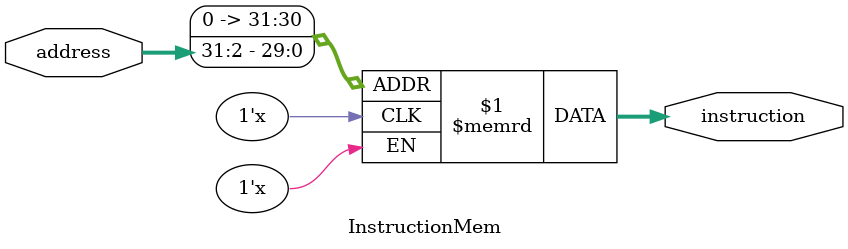
<source format=v>


module InstructionMem(
    output [31:0] instruction,
    input [31:0] address
 );

// Memory depth is 64 words. Adjust if your program is larger.
reg [31:0] instMem [63:0];

/*

//`ifdef SYNTHESIS
    // --- FOR SYNTHESIS ---
    // Direct initialization of your program. The synthesis tool will infer a ROM.
    initial begin
        integer i;
        for (i = 0; i < 64; i = i + 1) begin
            instMem[i] = 32'h00000013; // RISC-V NOP
        end

        // Your specific instructions (converted from binary to hex)
        instMem[0]  = 32'h38100003;
        instMem[1]  = 32'h38110004;
        instMem[2]  = 32'h08000005;
        instMem[3]  = 32'h38100001;
        instMem[4]  = 32'h38110001;
        instMem[5]  = 32'h02309022;
        instMem[6]  = 32'h1611FFFC;
        instMem[7]  = 32'h02119820;
        instMem[8]  = 32'hAE530010;
        instMem[9]  = 32'h8E540010;
        instMem[10] = 32'h0214A82A;
        instMem[11] = 32'h8E530010;
        instMem[12] = 32'h3A530001;
        instMem[13] = 32'h3AB50001;
        instMem[14] = 32'h02A00008;
    end
//`else
    // --- FOR SIMULATION ---
    // $readmemb is faster and more convenient for simulation.
    // Ensure "Instructions.txt" contains your binary code.
/*    initial begin
        $readmemb("Instructions.txt", instMem);
    end
`endif */


// The instruction fetch logic remains the same.
// It performs word-alignment by ignoring the two least significant bits.
assign instruction = instMem[address >> 2];

endmodule

/*

//use a smaller memory bc openlane can't support smth so large LMAO

 module InstructionMem(
    output [31:0] instruction,
    input [31:0] address
 );

reg [31:0] instMem [4095:0]; //32 bits wide, 4096 deep, 32 * 4096 = ~131Kb

//load instructions from instruction file into the instruction register


//comment out this part for synthesis bc you obv can't synthesize the instructions file

initial begin

    $readmemb("Instructions.txt", instMem);

end


//fetch instructions and perform word alignment
//when address changes, we want to assign get the instruction stored at the address
//this functions as the program counter, right shift 2 to divide by 4
//dividing by 4 aligns to the word
assign instruction = instMem[address >> 2];
endmodule

*/
</source>
